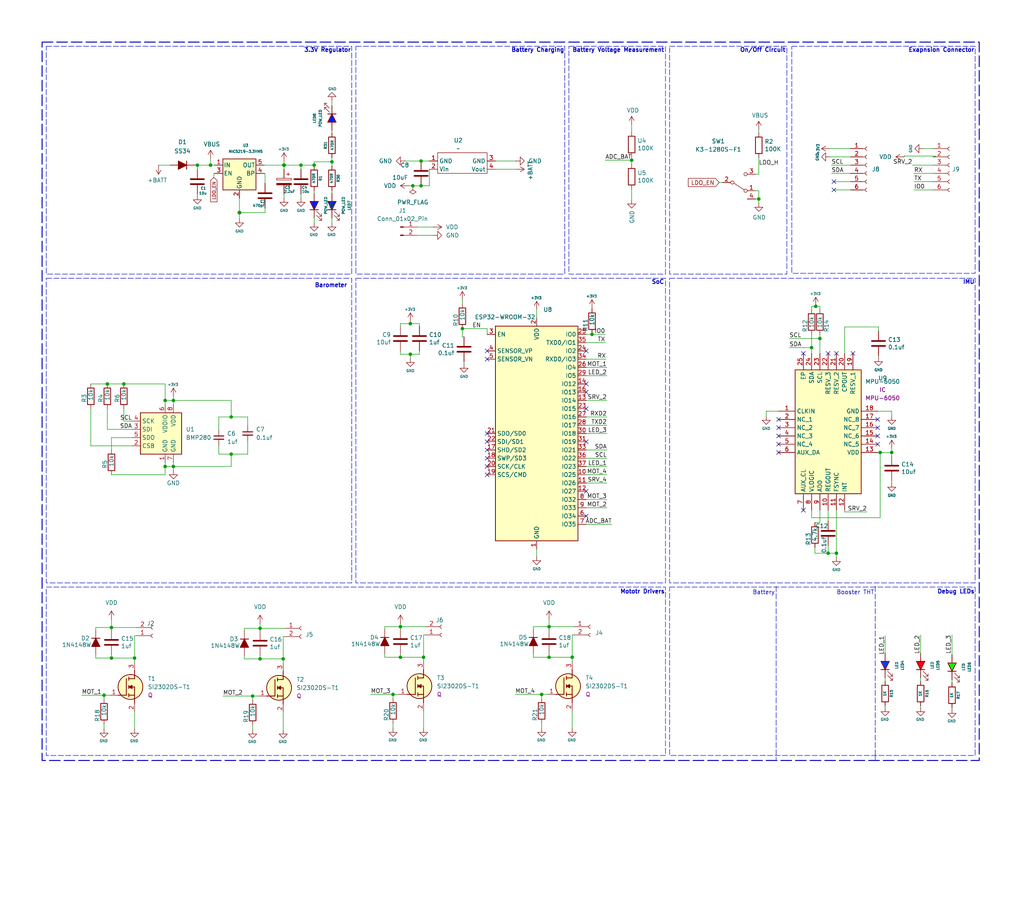
<source format=kicad_sch>
(kicad_sch (version 20250114) (generator "eeschema") (generator_version "9.0")
  (paper "User" 315.011 280.01)
  (title_block (title "ESP Drone") (date "2024-10-21") (rev "1.42b") (company "Asjad Akhtar") (comment 1 "Kalam Labs"))
  (rectangle (start 205.994 14.224) (end 242.062 84.328) (stroke (width 0) (type dash)))
  (rectangle (start 243.586 14.224) (end 299.974 84.074) (stroke (width 0) (type dash)))
  (rectangle (start 205.994 85.598) (end 299.974 179.324) (stroke (width 0) (type dash)))
  (rectangle (start 175.006 14.224) (end 204.724 84.328) (stroke (width 0) (type dash)))
  (rectangle (start 14.224 85.598) (end 108.204 179.324) (stroke (width 0) (type dash)))
  (rectangle (start 14.224 14.224) (end 108.204 84.328) (stroke (width 0) (type dash)))
  (rectangle (start 205.994 180.594) (end 299.974 232.41) (stroke (width 0) (type dash)))
  (rectangle (start 109.474 85.598) (end 204.724 179.324) (stroke (width 0) (type dash)))
  (rectangle (start 14.224 180.594) (end 204.724 232.41) (stroke (width 0) (type dash)))
  (rectangle (start 12.954 12.954) (end 301.244 233.934) (stroke (width 0.3) (type dash)))
  (rectangle (start 109.474 14.224) (end 173.736 84.328) (stroke (width 0) (type dash)))
  (text "Booster THT\n" (at 263.144 182.372 0) (effects (font (size 1.27 1.27))))
  (text "SoC" (at 200.406 87.63 0) (effects (font (size 1.27 1.27) (thickness 0.254) (bold yes)) (justify left bottom)))
  (text "Battery Voltage Measurement" (at 176.022 16.256 0) (effects (font (size 1.27 1.27) (thickness 0.254) (bold yes)) (justify left bottom)))
  (text "Battery" (at 234.95 182.372 0) (effects (font (size 1.27 1.27))))
  (text "IMU" (at 296.164 87.63 0) (effects (font (size 1.27 1.27) (thickness 0.254) (bold yes)) (justify left bottom)))
  (text "Mototr Drivers" (at 190.754 182.88 0) (effects (font (size 1.27 1.27) (thickness 0.254) (bold yes)) (justify left bottom)))
  (text "Battery Charging" (at 157.226 16.256 0) (effects (font (size 1.27 1.27) (thickness 0.254) (bold yes)) (justify left bottom)))
  (text "Debug LEDs" (at 288.29 182.88 0) (effects (font (size 1.27 1.27) (thickness 0.254) (bold yes)) (justify left bottom)))
  (text "Exapnsion Connector" (at 279.4 16.256 0) (effects (font (size 1.27 1.27) (thickness 0.254) (bold yes)) (justify left bottom)))
  (text "3.3V Regulator" (at 93.472 16.256 0) (effects (font (size 1.27 1.27) (thickness 0.254) (bold yes)) (justify left bottom)))
  (text "On/Off Circuit" (at 227.584 16.256 0) (effects (font (size 1.27 1.27) (thickness 0.254) (bold yes)) (justify left bottom)))
  (text "Barometer\n" (at 96.774 88.646 0) (effects (font (size 1.27 1.27) (thickness 0.254) (bold yes)) (justify left bottom)))
  (junction (at 32.004 213.868))
  (junction (at 130.302 202.184))
  (junction (at 168.91 192.786))
  (junction (at 38.1 118.11))
  (junction (at 182.118 102.87))
  (junction (at 127 57.15))
  (junction (at 274.32 139.192))
  (junction (at 80.01 193.294))
  (junction (at 73.66 65.405) (diameter 1.016))
  (junction (at 53.34 143.51))
  (junction (at 166.624 213.614))
  (junction (at 41.402 202.438))
  (junction (at 92.583 50.8))
  (junction (at 53.34 123.19))
  (junction (at 142.24 101.092))
  (junction (at 129.54 57.15))
  (junction (at 194.31 49.276))
  (junction (at 33.02 118.11))
  (junction (at 96.647 50.8))
  (junction (at 123.19 202.184))
  (junction (at 270.764 139.192))
  (junction (at 129.54 49.53))
  (junction (at 176.022 202.184))
  (junction (at 252.222 104.14))
  (junction (at 87.376 50.8) (diameter 1.016))
  (junction (at 123.19 192.786))
  (junction (at 233.426 61.214))
  (junction (at 50.8 123.19))
  (junction (at 34.29 193.04))
  (junction (at 60.706 50.8))
  (junction (at 126.238 99.568))
  (junction (at 102.108 49.784))
  (junction (at 64.77 50.8))
  (junction (at 257.302 170.18))
  (junction (at 168.91 202.184))
  (junction (at 71.12 128.27))
  (junction (at 80.01 202.692))
  (junction (at 249.682 106.934))
  (junction (at 71.12 139.7))
  (junction (at 254.762 170.18))
  (junction (at 120.904 213.614))
  (junction (at 250.952 94.234))
  (junction (at 87.122 202.692))
  (junction (at 34.29 202.438))
  (junction (at 126.238 108.966))
  (junction (at 50.8 143.51))
  (junction (at 77.724 214.122))
  (no_connect (at 239.522 139.192))
  (no_connect (at 149.86 135.89))
  (no_connect (at 247.142 156.972))
  (no_connect (at 262.382 108.712))
  (no_connect (at 149.86 146.05))
  (no_connect (at 180.34 120.65))
  (no_connect (at 180.34 158.75))
  (no_connect (at 270.002 136.652))
  (no_connect (at 239.522 134.112))
  (no_connect (at 257.302 108.712))
  (no_connect (at 180.34 151.13))
  (no_connect (at 180.34 135.89))
  (no_connect (at 149.86 107.95))
  (no_connect (at 256.54 55.88))
  (no_connect (at 149.86 110.49))
  (no_connect (at 149.86 133.35))
  (no_connect (at 270.002 129.032))
  (no_connect (at 149.86 143.51))
  (no_connect (at 256.54 58.42))
  (no_connect (at 149.86 140.97))
  (no_connect (at 180.34 107.95))
  (no_connect (at 239.522 131.572))
  (no_connect (at 270.002 131.572))
  (no_connect (at 247.142 108.712))
  (no_connect (at 180.34 118.11))
  (no_connect (at 149.86 138.43))
  (no_connect (at 254.762 108.712))
  (no_connect (at 239.522 129.032))
  (no_connect (at 239.522 136.652))
  (no_connect (at 270.002 134.112))
  (no_connect (at 180.34 125.73))
  (wire (pts (xy 41.402 195.58) (xy 41.402 202.438)))
  (wire (pts (xy 73.66 65.405) (xy 73.66 67.31)))
  (wire (pts (xy 186.69 156.21) (xy 180.34 156.21)))
  (wire (pts (xy 81.534 56.388) (xy 81.534 53.34)))
  (wire (pts (xy 255.778 53.34) (xy 261.62 53.34)))
  (wire (pts (xy 34.29 193.04) (xy 34.29 193.802)))
  (wire (pts (xy 194.31 38.354) (xy 194.31 40.64)))
  (wire (pts (xy 249.682 159.258) (xy 270.764 159.258)))
  (wire (pts (xy 252.222 108.712) (xy 252.222 104.14)))
  (wire (pts (xy 87.122 224.536) (xy 87.122 219.202)))
  (wire (pts (xy 272.288 195.58) (xy 272.288 200.914)))
  (wire (pts (xy 281.178 55.88) (xy 287.02 55.88)))
  (wire (pts (xy 186.182 102.87) (xy 182.118 102.87)))
  (wire (pts (xy 38.1 125.73) (xy 38.1 129.54)))
  (wire (pts (xy 283.21 208.534) (xy 283.21 209.55)))
  (wire (pts (xy 126.238 98.806) (xy 126.238 99.568)))
  (wire (pts (xy 50.8 123.19) (xy 50.8 124.46)))
  (wire (pts (xy 168.91 202.184) (xy 164.084 202.184)))
  (wire (pts (xy 38.1 118.11) (xy 50.8 118.11)))
  (wire (pts (xy 257.302 156.972) (xy 257.302 170.18)))
  (wire (pts (xy 164.084 192.786) (xy 164.084 193.548)))
  (wire (pts (xy 182.118 102.87) (xy 180.34 102.87)))
  (wire (pts (xy 53.34 123.19) (xy 53.34 124.46)))
  (wire (pts (xy 102.108 49.784) (xy 102.108 51.054)))
  (wire (pts (xy 186.69 148.59) (xy 180.34 148.59)))
  (wire (pts (xy 182.118 94.742) (xy 182.118 94.996)))
  (wire (pts (xy 77.724 214.122) (xy 77.724 215.392)))
  (wire (pts (xy 283.21 195.326) (xy 283.21 200.914)))
  (wire (pts (xy 186.69 133.35) (xy 180.34 133.35)))
  (wire (pts (xy 53.34 121.92) (xy 53.34 123.19)))
  (wire (pts (xy 168.91 190.5) (xy 168.91 192.786)))
  (wire (pts (xy 123.19 108.966) (xy 126.238 108.966)))
  (wire (pts (xy 186.182 49.276) (xy 194.31 49.276)))
  (wire (pts (xy 126.238 99.568) (xy 129.032 99.568)))
  (wire (pts (xy 186.436 110.49) (xy 180.34 110.49)))
  (wire (pts (xy 165.1 95.25) (xy 165.1 97.79)))
  (wire (pts (xy 259.842 156.972) (xy 259.842 157.48)))
  (wire (pts (xy 29.464 193.04) (xy 34.29 193.04)))
  (wire (pts (xy 73.66 60.96) (xy 73.66 65.405)))
  (wire (pts (xy 60.706 50.8) (xy 64.77 50.8)))
  (wire (pts (xy 34.29 146.05) (xy 50.8 146.05)))
  (wire (pts (xy 249.682 156.972) (xy 249.682 159.258)))
  (wire (pts (xy 272.288 208.534) (xy 272.288 209.55)))
  (wire (pts (xy 118.364 192.786) (xy 118.364 193.548)))
  (wire (pts (xy 256.54 55.88) (xy 261.62 55.88)))
  (wire (pts (xy 53.34 144.78) (xy 53.34 143.51)))
  (wire (pts (xy 102.108 40.894) (xy 102.108 40.132)))
  (wire (pts (xy 123.19 192.786) (xy 130.81 192.786)))
  (wire (pts (xy 102.108 67.056) (xy 102.108 68.58)))
  (wire (pts (xy 27.94 137.16) (xy 40.64 137.16)))
  (wire (pts (xy 87.376 59.69) (xy 87.376 60.96)))
  (wire (pts (xy 186.69 113.03) (xy 180.34 113.03)))
  (wire (pts (xy 80.01 193.294) (xy 80.01 194.056)))
  (wire (pts (xy 96.647 49.784) (xy 96.647 50.8)))
  (wire (pts (xy 53.34 143.51) (xy 71.12 143.51)))
  (wire (pts (xy 50.8 146.05) (xy 50.8 143.51)))
  (wire (pts (xy 87.122 195.834) (xy 87.63 195.834)))
  (wire (pts (xy 50.8 142.24) (xy 50.8 143.51)))
  (wire (pts (xy 194.31 48.26) (xy 194.31 49.276)))
  (wire (pts (xy 33.782 213.868) (xy 32.004 213.868)))
  (wire (pts (xy 71.12 139.7) (xy 76.2 139.7)))
  (wire (pts (xy 176.53 192.786) (xy 168.91 192.786)))
  (wire (pts (xy 79.502 214.122) (xy 77.724 214.122)))
  (wire (pts (xy 130.302 202.184) (xy 130.302 203.454)))
  (wire (pts (xy 186.69 130.81) (xy 180.34 130.81)))
  (wire (pts (xy 168.91 201.168) (xy 168.91 202.184)))
  (wire (pts (xy 274.32 148.59) (xy 274.32 147.828)))
  (wire (pts (xy 186.69 123.19) (xy 180.34 123.19)))
  (wire (pts (xy 96.647 49.784) (xy 102.108 49.784)))
  (wire (pts (xy 114.046 213.614) (xy 120.904 213.614)))
  (wire (pts (xy 166.624 213.614) (xy 166.624 214.884)))
  (wire (pts (xy 186.69 153.67) (xy 180.34 153.67)))
  (wire (pts (xy 60.706 50.8) (xy 60.706 52.07)))
  (wire (pts (xy 125.73 57.15) (xy 127 57.15)))
  (wire (pts (xy 65.786 54.61) (xy 65.786 53.34)))
  (wire (pts (xy 29.464 193.04) (xy 29.464 193.802)))
  (wire (pts (xy 142.24 92.202) (xy 142.24 93.472)))
  (wire (pts (xy 186.69 146.05) (xy 180.34 146.05)))
  (wire (pts (xy 129.032 99.568) (xy 129.032 100.33)))
  (wire (pts (xy 274.32 137.922) (xy 274.32 139.192)))
  (wire (pts (xy 129.032 108.966) (xy 129.032 107.95)))
  (wire (pts (xy 257.302 171.45) (xy 257.302 170.18)))
  (polyline (pts (xy 238.76 180.34) (xy 238.76 233.68)) (stroke (width 0) (type dash)))
  (wire (pts (xy 71.12 143.51) (xy 71.12 139.7)))
  (wire (pts (xy 87.376 50.8) (xy 87.376 52.07)))
  (wire (pts (xy 270.002 139.192) (xy 270.764 139.192)))
  (wire (pts (xy 25.146 213.868) (xy 32.004 213.868)))
  (polyline (pts (xy 269.24 231.14) (xy 269.24 233.68)))
  (wire (pts (xy 87.63 193.294) (xy 80.01 193.294)))
  (wire (pts (xy 254.762 160.274) (xy 254.762 156.972)))
  (wire (pts (xy 96.647 50.8) (xy 96.647 51.054)))
  (wire (pts (xy 27.94 125.73) (xy 27.94 137.16)))
  (wire (pts (xy 158.75 52.07) (xy 152.4 52.07)))
  (wire (pts (xy 270.256 100.584) (xy 270.256 101.854)))
  (wire (pts (xy 123.19 192.786) (xy 123.19 193.548)))
  (wire (pts (xy 123.19 192.786) (xy 118.364 192.786)))
  (wire (pts (xy 239.522 126.492) (xy 235.712 126.492)))
  (wire (pts (xy 48.768 51.054) (xy 48.768 50.8)))
  (wire (pts (xy 33.02 118.11) (xy 38.1 118.11)))
  (wire (pts (xy 75.184 202.692) (xy 75.184 201.676)))
  (wire (pts (xy 32.004 224.282) (xy 32.004 222.758)))
  (wire (pts (xy 280.67 50.8) (xy 287.02 50.8)))
  (wire (pts (xy 122.682 213.614) (xy 120.904 213.614)))
  (wire (pts (xy 102.108 48.514) (xy 102.108 49.784)))
  (wire (pts (xy 259.842 157.48) (xy 266.7 157.48)))
  (wire (pts (xy 142.748 112.014) (xy 142.748 111.252)))
  (wire (pts (xy 249.682 94.234) (xy 250.952 94.234)))
  (wire (pts (xy 255.778 50.8) (xy 261.62 50.8)))
  (wire (pts (xy 76.2 139.7) (xy 76.2 135.89)))
  (wire (pts (xy 53.34 123.19) (xy 71.12 123.19)))
  (wire (pts (xy 130.302 224.028) (xy 130.302 218.694)))
  (wire (pts (xy 242.824 104.14) (xy 252.222 104.14)))
  (wire (pts (xy 68.58 214.122) (xy 77.724 214.122)))
  (wire (pts (xy 142.24 103.632) (xy 142.748 103.632)))
  (wire (pts (xy 164.084 202.184) (xy 164.084 201.168)))
  (wire (pts (xy 96.647 67.056) (xy 96.647 68.58)))
  (wire (pts (xy 233.426 48.514) (xy 233.426 53.594)))
  (wire (pts (xy 252.222 95.25) (xy 252.222 94.234)))
  (wire (pts (xy 186.69 143.51) (xy 180.34 143.51)))
  (wire (pts (xy 133.35 72.39) (xy 128.27 72.39)))
  (wire (pts (xy 133.35 69.85) (xy 128.27 69.85)))
  (wire (pts (xy 165.1 171.196) (xy 165.1 168.91)))
  (wire (pts (xy 67.31 139.7) (xy 71.12 139.7)))
  (wire (pts (xy 41.402 224.282) (xy 41.402 218.948)))
  (wire (pts (xy 76.2 128.27) (xy 76.2 130.81)))
  (wire (pts (xy 41.402 202.438) (xy 34.29 202.438)))
  (wire (pts (xy 34.29 193.04) (xy 41.91 193.04)))
  (wire (pts (xy 87.376 50.8) (xy 92.583 50.8)))
  (wire (pts (xy 194.31 49.276) (xy 194.31 50.546)))
  (wire (pts (xy 34.29 134.62) (xy 34.29 138.43)))
  (wire (pts (xy 194.31 61.468) (xy 194.31 58.166)))
  (wire (pts (xy 274.32 128.016) (xy 274.32 126.492)))
  (wire (pts (xy 254.762 170.18) (xy 257.302 170.18)))
  (wire (pts (xy 67.31 132.08) (xy 67.31 128.27)))
  (wire (pts (xy 65.786 53.34) (xy 66.04 53.34)))
  (wire (pts (xy 274.32 139.192) (xy 274.32 140.208)))
  (wire (pts (xy 270.764 139.192) (xy 274.32 139.192)))
  (wire (pts (xy 81.534 64.008) (xy 81.534 65.405)))
  (wire (pts (xy 252.222 160.782) (xy 252.222 156.972)))
  (wire (pts (xy 38.1 129.54) (xy 40.64 129.54)))
  (wire (pts (xy 130.81 195.326) (xy 130.302 195.326)))
  (wire (pts (xy 80.01 202.692) (xy 75.184 202.692)))
  (wire (pts (xy 176.022 202.184) (xy 168.91 202.184)))
  (wire (pts (xy 80.01 201.676) (xy 80.01 202.692)))
  (wire (pts (xy 233.426 39.878) (xy 233.426 40.894)))
  (wire (pts (xy 249.682 102.87) (xy 249.682 106.934)))
  (wire (pts (xy 33.02 125.73) (xy 33.02 132.08)))
  (wire (pts (xy 67.31 128.27) (xy 71.12 128.27)))
  (wire (pts (xy 292.862 195.326) (xy 292.862 201.422)))
  (wire (pts (xy 142.24 101.092) (xy 149.86 101.092)))
  (wire (pts (xy 92.583 50.8) (xy 96.647 50.8)))
  (wire (pts (xy 242.824 106.934) (xy 249.682 106.934)))
  (wire (pts (xy 232.41 58.674) (xy 233.426 58.674)))
  (wire (pts (xy 129.54 57.15) (xy 132.08 57.15)))
  (wire (pts (xy 249.682 108.712) (xy 249.682 106.934)))
  (wire (pts (xy 129.54 49.53) (xy 132.08 49.53)))
  (wire (pts (xy 29.464 202.438) (xy 29.464 201.422)))
  (wire (pts (xy 233.426 58.674) (xy 233.426 61.214)))
  (wire (pts (xy 250.698 160.782) (xy 252.222 160.782)))
  (wire (pts (xy 168.91 192.786) (xy 164.084 192.786)))
  (wire (pts (xy 186.69 138.43) (xy 180.34 138.43)))
  (wire (pts (xy 259.842 100.584) (xy 270.256 100.584)))
  (wire (pts (xy 71.12 128.27) (xy 76.2 128.27)))
  (wire (pts (xy 232.41 61.214) (xy 233.426 61.214)))
  (wire (pts (xy 188.214 161.29) (xy 180.34 161.29)))
  (wire (pts (xy 123.19 202.184) (xy 118.364 202.184)))
  (wire (pts (xy 186.182 105.41) (xy 180.34 105.41)))
  (wire (pts (xy 259.842 108.712) (xy 259.842 100.584)))
  (wire (pts (xy 41.402 202.438) (xy 41.402 203.708)))
  (wire (pts (xy 142.24 101.092) (xy 142.24 103.632)))
  (wire (pts (xy 32.004 213.868) (xy 32.004 215.138)))
  (wire (pts (xy 158.75 49.53) (xy 152.4 49.53)))
  (wire (pts (xy 182.118 102.616) (xy 182.118 102.87)))
  (wire (pts (xy 274.32 126.492) (xy 270.002 126.492)))
  (wire (pts (xy 77.724 224.536) (xy 77.724 223.012)))
  (wire (pts (xy 71.12 123.19) (xy 71.12 128.27)))
  (wire (pts (xy 281.178 58.42) (xy 287.02 58.42)))
  (wire (pts (xy 81.534 65.405) (xy 73.66 65.405)))
  (wire (pts (xy 176.022 202.184) (xy 176.022 203.454)))
  (wire (pts (xy 250.698 168.402) (xy 250.698 170.18)))
  (wire (pts (xy 283.972 45.72) (xy 287.02 45.72)))
  (wire (pts (xy 249.682 95.25) (xy 249.682 94.234)))
  (wire (pts (xy 34.29 202.438) (xy 29.464 202.438)))
  (wire (pts (xy 27.94 118.11) (xy 33.02 118.11)))
  (wire (pts (xy 127 57.15) (xy 129.54 57.15)))
  (wire (pts (xy 41.91 195.58) (xy 41.402 195.58)))
  (wire (pts (xy 96.647 58.674) (xy 96.647 59.436)))
  (wire (pts (xy 64.77 50.8) (xy 66.04 50.8)))
  (wire (pts (xy 186.69 128.27) (xy 180.34 128.27)))
  (wire (pts (xy 283.21 217.678) (xy 283.21 217.17)))
  (wire (pts (xy 123.19 99.568) (xy 126.238 99.568)))
  (wire (pts (xy 92.583 52.07) (xy 92.583 50.8)))
  (wire (pts (xy 81.534 53.34) (xy 81.28 53.34)))
  (wire (pts (xy 158.496 213.614) (xy 166.624 213.614)))
  (wire (pts (xy 176.022 224.028) (xy 176.022 218.694)))
  (wire (pts (xy 102.108 58.674) (xy 102.108 59.436)))
  (wire (pts (xy 53.34 143.51) (xy 53.34 142.24)))
  (wire (pts (xy 168.91 192.786) (xy 168.91 193.548)))
  (wire (pts (xy 132.08 52.07) (xy 132.08 57.15)))
  (wire (pts (xy 87.122 202.692) (xy 80.01 202.692)))
  (wire (pts (xy 123.19 107.95) (xy 123.19 108.966)))
  (wire (pts (xy 287.782 48.26) (xy 287.02 48.26)))
  (wire (pts (xy 149.86 101.092) (xy 149.86 102.87)))
  (wire (pts (xy 252.222 102.87) (xy 252.222 104.14)))
  (wire (pts (xy 33.02 132.08) (xy 40.64 132.08)))
  (wire (pts (xy 256.54 58.42) (xy 261.62 58.42)))
  (wire (pts (xy 34.29 201.422) (xy 34.29 202.438)))
  (wire (pts (xy 92.583 59.69) (xy 92.583 60.96)))
  (wire (pts (xy 255.27 45.72) (xy 261.62 45.72)))
  (wire (pts (xy 123.19 100.33) (xy 123.19 99.568)))
  (wire (pts (xy 123.19 191.77) (xy 123.19 192.786)))
  (wire (pts (xy 50.8 118.11) (xy 50.8 123.19)))
  (wire (pts (xy 287.782 48.006) (xy 287.782 48.26)))
  (wire (pts (xy 50.8 143.51) (xy 53.34 143.51)))
  (wire (pts (xy 278.13 48.006) (xy 287.782 48.006)))
  (wire (pts (xy 75.184 193.294) (xy 75.184 194.056)))
  (wire (pts (xy 80.01 191.77) (xy 80.01 193.294)))
  (wire (pts (xy 176.022 195.326) (xy 176.53 195.326)))
  (wire (pts (xy 232.41 53.594) (xy 233.426 53.594)))
  (wire (pts (xy 176.022 195.326) (xy 176.022 202.184)))
  (wire (pts (xy 102.108 32.512) (xy 102.108 30.988)))
  (polyline (pts (xy 269.24 180.34) (xy 269.24 231.14)) (stroke (width 0) (type dash)))
  (wire (pts (xy 270.764 159.258) (xy 270.764 139.192)))
  (wire (pts (xy 67.31 137.16) (xy 67.31 139.7)))
  (wire (pts (xy 80.01 193.294) (xy 75.184 193.294)))
  (wire (pts (xy 87.122 195.834) (xy 87.122 202.692)))
  (wire (pts (xy 166.624 224.028) (xy 166.624 222.504)))
  (wire (pts (xy 123.19 201.168) (xy 123.19 202.184)))
  (wire (pts (xy 281.178 53.34) (xy 287.02 53.34)))
  (wire (pts (xy 186.69 140.97) (xy 180.34 140.97)))
  (wire (pts (xy 87.122 202.692) (xy 87.122 203.962)))
  (wire (pts (xy 118.364 202.184) (xy 118.364 201.168)))
  (wire (pts (xy 81.28 50.8) (xy 87.376 50.8)))
  (wire (pts (xy 60.706 59.69) (xy 60.706 60.198)))
  (wire (pts (xy 130.302 202.184) (xy 123.19 202.184)))
  (wire (pts (xy 64.77 48.768) (xy 64.77 50.8)))
  (wire (pts (xy 250.698 170.18) (xy 254.762 170.18)))
  (wire (pts (xy 235.712 126.492) (xy 235.712 128.016)))
  (wire (pts (xy 34.29 190.5) (xy 34.29 193.04)))
  (wire (pts (xy 222.25 56.134) (xy 221.234 56.134)))
  (wire (pts (xy 252.222 94.234) (xy 250.952 94.234)))
  (wire (pts (xy 126.238 108.966) (xy 129.032 108.966)))
  (wire (pts (xy 59.944 50.8) (xy 60.706 50.8)))
  (wire (pts (xy 126.238 108.966) (xy 126.238 110.236)))
  (wire (pts (xy 292.862 218.186) (xy 292.862 217.678)))
  (wire (pts (xy 50.8 123.19) (xy 53.34 123.19)))
  (wire (pts (xy 270.256 109.982) (xy 270.256 109.474)))
  (wire (pts (xy 40.64 134.62) (xy 34.29 134.62)))
  (wire (pts (xy 130.302 195.326) (xy 130.302 202.184)))
  (wire (pts (xy 186.69 115.57) (xy 180.34 115.57)))
  (wire (pts (xy 48.768 50.8) (xy 52.324 50.8)))
  (wire (pts (xy 124.46 49.53) (xy 129.54 49.53)))
  (wire (pts (xy 254.762 167.894) (xy 254.762 170.18)))
  (wire (pts (xy 272.288 217.678) (xy 272.288 217.17)))
  (wire (pts (xy 250.952 94.234) (xy 250.952 93.98)))
  (wire (pts (xy 87.376 49.53) (xy 87.376 50.8)))
  (wire (pts (xy 255.27 48.26) (xy 261.62 48.26)))
  (wire (pts (xy 120.904 224.028) (xy 120.904 222.504)))
  (wire (pts (xy 168.402 213.614) (xy 166.624 213.614)))
  (wire (pts (xy 120.904 213.614) (xy 120.904 214.884)))
  (wire (pts (xy 233.426 61.214) (xy 233.426 62.484)))
  (wire (pts (xy 292.862 209.042) (xy 292.862 210.058)))
  (wire (pts (xy 278.13 48.006) (xy 278.13 48.26)))
  (label "ADC_BAT" (at 186.182 49.276 0))
  (label "LED_2" (at 283.21 195.326 270))
  (label "IO0" (at 281.178 58.42 0))
  (label "MOT_1" (at 186.69 113.03 180))
  (label "MOT_4" (at 158.496 213.614 0))
  (label "SDA" (at 186.69 138.43 180))
  (label "MOT_3" (at 186.69 153.67 180))
  (label "TX" (at 186.182 105.41 180))
  (label "MOT_3" (at 114.046 213.614 0))
  (label "MOT_2" (at 186.69 156.21 180))
  (label "SCL" (at 186.69 140.97 180))
  (label "SDA" (at 255.778 53.34 0))
  (label "TX" (at 281.178 55.88 0))
  (label "RX" (at 186.436 110.49 180))
  (label "IO0" (at 186.182 102.87 180))
  (label "SDA" (at 40.64 132.08 180))
  (label "SRV_4" (at 186.69 148.59 180))
  (label "TXD2" (at 186.69 130.81 180))
  (label "SCL" (at 40.64 129.54 180))
  (label "SRV_2" (at 280.67 50.8 180))
  (label "SDA" (at 242.824 106.934 0))
  (label "MOT_1" (at 25.146 213.868 0))
  (label "LED_1" (at 186.69 143.51 180))
  (label "MOT_2" (at 68.58 214.122 0))
  (label "ADC_BAT" (at 188.214 161.29 180))
  (label "LED_2" (at 186.69 115.57 180))
  (label "SCL" (at 242.824 104.14 0))
  (label "LED_3" (at 292.862 195.326 270))
  (label "LED_3" (at 186.69 133.35 180))
  (label "SRV_2" (at 186.69 123.19 180))
  (label "RX" (at 281.178 53.34 0))
  (label "SCL" (at 255.778 50.8 0))
  (label "SRV_2" (at 266.7 157.48 180))
  (label "EN" (at 145.288 101.092 0))
  (label "RXD2" (at 186.69 128.27 180))
  (label "MOT_4" (at 186.69 146.05 180))
  (label "LDO_H" (at 233.426 51.054 0))
  (label "LED_1" (at 272.288 195.58 270))
  (global_label "LDO_EN" (shape input) (at 65.786 54.61 270) (effects (font (size 1 1))) (property "Intersheetrefs" "${INTERSHEET_REFS}" (effects (hide yes))))
  (global_label "LDO_EN" (shape input) (at 221.234 56.134 180) (property "Intersheetrefs" "${INTERSHEET_REFS}" (effects (hide yes))))
  (symbol (lib_id "power:+3V3") (at 182.118 94.742 0) (unit 1)
    (property "Reference" "#PWR037" (effects (hide yes)))
    (property "Value" "+3V3" (at 181.991 91.1098 0) (effects (font (size 0.8 0.8))))
  )
  (symbol (lib_id "Connector:Conn_01x06_Female") (at 266.7 50.8 0) (unit 1)
    (property "Reference" "J8" (at 268.224 52.0699 0) (effects (justify left)))
    (property "Value" "Conn_01x06_Female" (effects (hide yes)))
    (property "Footprint" "Connector_PinHeader_2.54mm:PinHeader_1x06_P2.54mm_Vertical" (effects (hide yes)))
  )
  (symbol (lib_id "Device:R") (at 102.108 54.864 180) (unit 1)
    (property "Reference" "R30" (at 104.0638 54.864 90) (effects (font (size 0.8 0.8))))
    (property "Value" "470R" (at 102.0064 54.864 90) (effects (font (size 0.8 0.8))))
    (property "Footprint" "Resistor_SMD:R_0603_1608Metric" (effects (hide yes)))
  )
  (symbol (lib_id "power:GND") (at 292.862 218.186 0) (unit 1)
    (property "Reference" "#PWR047" (effects (hide yes)))
    (property "Value" "GND" (at 292.735 221.8182 0) (effects (font (size 0.8 0.8))))
  )
  (symbol (lib_id "power:GND") (at 165.1 171.196 0) (unit 1)
    (property "Reference" "#PWR036" (effects (hide yes)))
    (property "Value" "GND" (at 165.1 175.006 0) (effects (font (size 0.8 0.8))))
  )
  (symbol (lib_id "Device:LED") (at 102.108 36.322 270) (unit 1)
    (property "Reference" "LED8" (at 96.774 36.3855 0) (effects (font (size 0.8 0.8))))
    (property "Value" "POW_LED" (at 98.552 36.3855 0) (effects (font (size 0.8 0.8))))
    (property "Footprint" "LED_SMD:LED_0603_1608Metric" (effects (hide yes)))
  )
  (symbol (lib_id "power:VBUS") (at 64.77 48.768 0) (unit 1)
    (property "Reference" "#PWR06" (effects (hide yes)))
    (property "Value" "VBUS" (at 65.151 44.3738 0))
  )
  (symbol (lib_id "power:VDD") (at 278.13 48.26 90) (unit 1)
    (property "Reference" "#PWR058" (effects (hide yes)))
    (property "Value" "VDD" (at 274.32 48.2599 90) (effects (justify left)))
    (property "Description" "Power symbol creates a global label with name \"VDD\"" (effects (hide yes)))
  )
  (symbol (lib_id "power:VDD") (at 125.73 57.15 90) (unit 1)
    (property "Reference" "#PWR019" (effects (hide yes)))
    (property "Value" "VDD" (at 121.92 57.1499 90) (effects (justify left)))
    (property "Description" "Power symbol creates a global label with name \"VDD\"" (effects (hide yes)))
  )
  (symbol (lib_id "Device:C") (at 274.32 144.018 0) (unit 1)
    (property "Reference" "C14" (at 277.241 142.8496 0) (effects (justify left)))
    (property "Value" "10uf" (at 277.241 145.161 0) (effects (justify left)))
    (property "Footprint" "Capacitor_SMD:C_0603_1608Metric" (effects (hide yes)))
  )
  (symbol (lib_id "Device:C") (at 129.032 104.14 0) (unit 1)
    (property "Reference" "C10" (at 131.953 102.9716 0) (effects (justify left)))
    (property "Value" "1uf" (at 131.953 105.283 0) (effects (justify left)))
    (property "Footprint" "Capacitor_SMD:C_0603_1608Metric" (effects (hide yes)))
  )
  (symbol (lib_id "power:GND") (at 41.402 224.282 0) (unit 1)
    (property "Reference" "#PWR049" (effects (hide yes)))
    (property "Value" "GND" (at 41.275 227.9142 0) (effects (font (size 0.8 0.8))))
  )
  (symbol (lib_name "SI2302DS-T1_3") (lib_id "SI2302DS-T1:SI2302DS-T1") (at 122.682 213.614 0) (unit 1)
    (property "Reference" "T3" (at 134.366 208.5339 0) (effects (justify left)))
    (property "Value" "SI2302DS-T1" (at 134.366 211.0739 0) (effects (justify left)))
    (property "Footprint" "S8050:SOT95P240X115-3N" (effects (hide yes)))
    (property "Reference_1" "Q" (at 134.366 213.6139 0) (effects (justify left)))
    (property "Value_1" "SI2302DS-T1" (effects (hide yes)))
    (property "Footprint_1" "SOT95P237X112-3N" (effects (hide yes)))
    (property "Datasheet_1" "https://4donline.ihs.com/images/VipMasterIC/IC/SILX/SILXS08192/SILXS08192-1.pdf?hkey=EF798316E3902B6ED9A73243A3159BB0" (effects (hide yes)))
    (property "Height" "1.12" (effects (hide yes)))
    (property "Mouser Part Number" "781-SI2302DS" (effects (hide yes)))
    (property "Mouser Price/Stock" "https://www.mouser.co.uk/ProductDetail/Vishay-Siliconix/SI2302DS-T1?qs=Vtbibb3IBkf5ybaLingfiw%3D%3D" (effects (hide yes)))
    (property "Manufacturer_Name" "Vishay" (effects (hide yes)))
    (property "Manufacturer_Part_Number" "SI2302DS-T1" (effects (hide yes)))
  )
  (symbol (lib_id "power:GND") (at 235.712 128.016 0) (unit 1)
    (property "Reference" "#PWR038" (effects (hide yes)))
    (property "Value" "GND" (at 235.712 131.826 0) (effects (font (size 0.8 0.8))))
  )
  (symbol (lib_id "power:+BATT") (at 158.75 52.07 270) (unit 1)
    (property "Reference" "#PWR024" (effects (hide yes)))
    (property "Value" "+BATT" (at 163.1442 52.451 0))
  )
  (symbol (lib_id "Device:R") (at 38.1 121.92 180) (unit 1)
    (property "Reference" "R6" (at 36.068 121.158 90) (effects (justify left)))
    (property "Value" "10k" (at 38.1 119.634 90) (effects (justify left)))
    (property "Footprint" "Resistor_SMD:R_0603_1608Metric" (effects (hide yes)))
  )
  (symbol (lib_name "SI2302DS-T1_1") (lib_id "SI2302DS-T1:SI2302DS-T1") (at 33.782 213.868 0) (unit 1)
    (property "Reference" "T1" (at 45.466 208.7879 0) (effects (justify left)))
    (property "Value" "SI2302DS-T1" (at 45.466 211.3279 0) (effects (justify left)))
    (property "Footprint" "S8050:SOT95P240X115-3N" (effects (hide yes)))
    (property "Reference_1" "Q" (at 45.466 213.8679 0) (effects (justify left)))
    (property "Value_1" "SI2302DS-T1" (effects (hide yes)))
    (property "Footprint_1" "SOT95P237X112-3N" (effects (hide yes)))
    (property "Datasheet_1" "https://4donline.ihs.com/images/VipMasterIC/IC/SILX/SILXS08192/SILXS08192-1.pdf?hkey=EF798316E3902B6ED9A73243A3159BB0" (effects (hide yes)))
    (property "Height" "1.12" (effects (hide yes)))
    (property "Mouser Part Number" "781-SI2302DS" (effects (hide yes)))
    (property "Mouser Price/Stock" "https://www.mouser.co.uk/ProductDetail/Vishay-Siliconix/SI2302DS-T1?qs=Vtbibb3IBkf5ybaLingfiw%3D%3D" (effects (hide yes)))
    (property "Manufacturer_Name" "Vishay" (effects (hide yes)))
    (property "Manufacturer_Part_Number" "SI2302DS-T1" (effects (hide yes)))
  )
  (symbol (lib_id "power:GND") (at 102.108 68.58 0) (unit 1)
    (property "Reference" "#PWR064" (effects (hide yes)))
    (property "Value" "GND" (at 101.981 72.2122 0) (effects (font (size 0.8 0.8))))
  )
  (symbol (lib_id "Device:R") (at 182.118 98.806 180) (unit 1)
    (property "Reference" "R11" (at 180.086 98.044 90) (effects (justify left)))
    (property "Value" "10k" (at 182.118 96.52 90) (effects (justify left)))
    (property "Footprint" "Resistor_SMD:R_0603_1608Metric" (effects (hide yes)))
  )
  (symbol (lib_id "Device:R") (at 96.647 54.864 180) (unit 1)
    (property "Reference" "R1" (at 98.6028 54.864 90) (effects (font (size 0.8 0.8))))
    (property "Value" "470R" (at 96.5454 54.864 90) (effects (font (size 0.8 0.8))))
    (property "Footprint" "Resistor_SMD:R_0603_1608Metric" (effects (hide yes)))
  )
  (symbol (lib_id "Connector:Conn_01x06_Female") (at 292.1 50.8 0) (unit 1)
    (property "Reference" "J9" (at 292.862 52.0699 0) (effects (justify left)))
    (property "Value" "Conn_01x06_Female" (effects (hide yes)))
    (property "Footprint" "Connector_PinHeader_2.54mm:PinHeader_1x06_P2.54mm_Vertical" (effects (hide yes)))
  )
  (symbol (lib_id "power:+3V3") (at 126.238 98.806 0) (unit 1)
    (property "Reference" "#PWR031" (effects (hide yes)))
    (property "Value" "+3V3" (at 126.111 95.1738 0) (effects (font (size 0.8 0.8))))
  )
  (symbol (lib_id "power:GND") (at 233.426 62.484 0) (unit 1)
    (property "Reference" "#PWR017" (effects (hide yes)))
    (property "Value" "GND" (at 233.553 66.8782 0))
  )
  (symbol (lib_name "GND_2") (lib_id "power:GND") (at 124.46 49.53 270) (unit 1)
    (property "Reference" "#PWR020" (effects (hide yes)))
    (property "Value" "GND" (at 120.65 49.5299 90) (effects (justify right)))
    (property "Description" "Power symbol creates a global label with name \"GND\" , ground" (effects (hide yes)))
  )
  (symbol (lib_id "Device:C") (at 123.19 104.14 0) (mirror y) (unit 1)
    (property "Reference" "C9" (at 120.269 102.9716 0) (effects (justify left)))
    (property "Value" "10uf" (at 120.269 105.283 0) (effects (justify left)))
    (property "Footprint" "Capacitor_SMD:C_0603_1608Metric" (effects (hide yes)))
  )
  (symbol (lib_id "Device:C") (at 129.54 53.34 0) (unit 1)
    (property "Reference" "C8" (at 123.19 50.8 0) (effects (justify left)))
    (property "Value" "10uF" (at 120.65 54.61 0) (effects (justify left)))
    (property "Footprint" "Capacitor_SMD:C_0603_1608Metric" (effects (hide yes)))
  )
  (symbol (lib_id "Device:R") (at 194.31 44.45 0) (unit 1)
    (property "Reference" "U4" (at 196.088 43.2816 0) (effects (justify left)))
    (property "Value" "100K" (at 196.088 45.593 0) (effects (justify left)))
    (property "Footprint" "Resistor_SMD:R_0603_1608Metric" (effects (hide yes)))
  )
  (symbol (lib_name "SI2302DS-T1_2") (lib_id "SI2302DS-T1:SI2302DS-T1") (at 79.502 214.122 0) (unit 1)
    (property "Reference" "T2" (at 91.186 209.0419 0) (effects (justify left)))
    (property "Value" "SI2302DS-T1" (at 91.186 211.5819 0) (effects (justify left)))
    (property "Footprint" "S8050:SOT95P240X115-3N" (effects (hide yes)))
    (property "Reference_1" "Q" (at 91.186 214.1219 0) (effects (justify left)))
    (property "Value_1" "SI2302DS-T1" (effects (hide yes)))
    (property "Footprint_1" "SOT95P237X112-3N" (effects (hide yes)))
    (property "Datasheet_1" "https://4donline.ihs.com/images/VipMasterIC/IC/SILX/SILXS08192/SILXS08192-1.pdf?hkey=EF798316E3902B6ED9A73243A3159BB0" (effects (hide yes)))
    (property "Height" "1.12" (effects (hide yes)))
    (property "Mouser Part Number" "781-SI2302DS" (effects (hide yes)))
    (property "Mouser Price/Stock" "https://www.mouser.co.uk/ProductDetail/Vishay-Siliconix/SI2302DS-T1?qs=Vtbibb3IBkf5ybaLingfiw%3D%3D" (effects (hide yes)))
    (property "Manufacturer_Name" "Vishay" (effects (hide yes)))
    (property "Manufacturer_Part_Number" "SI2302DS-T1" (effects (hide yes)))
  )
  (symbol (lib_id "power:VDD") (at 34.29 190.5 0) (unit 1)
    (property "Reference" "#PWR071" (effects (hide yes)))
    (property "Value" "VDD" (at 34.29 185.42 0))
    (property "Description" "Power symbol creates a global label with name \"VDD\"" (effects (hide yes)))
  )
  (symbol (lib_id "power:GND") (at 87.122 224.536 0) (unit 1)
    (property "Reference" "#PWR051" (effects (hide yes)))
    (property "Value" "GND" (at 86.995 228.1682 0) (effects (font (size 0.8 0.8))))
  )
  (symbol (lib_id "Device:C") (at 92.583 55.88 0) (unit 1)
    (property "Reference" "C4" (at 92.837 57.658 0) (effects (font (size 0.8 0.8)) (justify left)))
    (property "Value" "10u" (at 92.837 58.928 0) (effects (font (size 0.8 0.8)) (justify left)))
    (property "Footprint" "Capacitor_SMD:C_0603_1608Metric" (effects (hide yes)))
  )
  (symbol (lib_name "GND_2") (lib_id "power:GND") (at 158.75 49.53 90) (unit 1)
    (property "Reference" "#PWR021" (effects (hide yes)))
    (property "Value" "GND" (at 162.56 49.5299 90) (effects (justify right)))
    (property "Description" "Power symbol creates a global label with name \"GND\" , ground" (effects (hide yes)))
  )
  (symbol (lib_name "GND_2") (lib_id "power:GND") (at 133.35 72.39 90) (unit 1)
    (property "Reference" "#PWR02" (effects (hide yes)))
    (property "Value" "GND" (at 137.16 72.3899 90) (effects (justify right)))
    (property "Description" "Power symbol creates a global label with name \"GND\" , ground" (effects (hide yes)))
  )
  (symbol (lib_id "Device:R") (at 120.904 218.694 180) (unit 1)
    (property "Reference" "R20" (at 118.872 217.932 90) (effects (justify left)))
    (property "Value" "10k" (at 120.904 216.408 90) (effects (justify left)))
    (property "Footprint" "Resistor_SMD:R_0603_1608Metric" (effects (hide yes)))
  )
  (symbol (lib_id "SI2302DS-T1:SI2302DS-T1") (at 168.402 213.614 0) (unit 1)
    (property "Reference" "T4" (at 180.086 208.5339 0) (effects (justify left)))
    (property "Value" "SI2302DS-T1" (at 180.086 211.0739 0) (effects (justify left)))
    (property "Footprint" "S8050:SOT95P240X115-3N" (effects (hide yes)))
    (property "Reference_1" "Q" (at 180.086 213.6139 0) (effects (justify left)))
    (property "Value_1" "SI2302DS-T1" (effects (hide yes)))
    (property "Footprint_1" "SOT95P237X112-3N" (effects (hide yes)))
    (property "Datasheet_1" "https://4donline.ihs.com/images/VipMasterIC/IC/SILX/SILXS08192/SILXS08192-1.pdf?hkey=EF798316E3902B6ED9A73243A3159BB0" (effects (hide yes)))
    (property "Height" "1.12" (effects (hide yes)))
    (property "Mouser Part Number" "781-SI2302DS" (effects (hide yes)))
    (property "Mouser Price/Stock" "https://www.mouser.co.uk/ProductDetail/Vishay-Siliconix/SI2302DS-T1?qs=Vtbibb3IBkf5ybaLingfiw%3D%3D" (effects (hide yes)))
    (property "Manufacturer_Name" "Vishay" (effects (hide yes)))
    (property "Manufacturer_Part_Number" "SI2302DS-T1" (effects (hide yes)))
  )
  (symbol (lib_id "Device:R") (at 142.24 97.282 180) (unit 1)
    (property "Reference" "R10" (at 140.208 96.52 90) (effects (justify left)))
    (property "Value" "10k" (at 142.24 94.996 90) (effects (justify left)))
    (property "Footprint" "Resistor_SMD:R_0603_1608Metric" (effects (hide yes)))
  )
  (symbol (lib_id "Device:R") (at 32.004 218.948 180) (unit 1)
    (property "Reference" "R18" (at 29.972 218.186 90) (effects (justify left)))
    (property "Value" "10k" (at 32.004 216.662 90) (effects (justify left)))
    (property "Footprint" "Resistor_SMD:R_0603_1608Metric" (effects (hide yes)))
  )
  (symbol (lib_id "power:GND") (at 130.302 224.028 0) (unit 1)
    (property "Reference" "#PWR053" (effects (hide yes)))
    (property "Value" "GND" (at 130.175 227.6602 0) (effects (font (size 0.8 0.8))))
  )
  (symbol (lib_id "power:+3V3") (at 87.376 49.53 0) (unit 1)
    (property "Reference" "#PWR010" (effects (hide yes)))
    (property "Value" "+3V3" (at 87.249 45.8978 0) (effects (font (size 0.8 0.8))))
  )
  (symbol (lib_name "LED_2") (lib_id "Device:LED") (at 283.21 204.724 90) (unit 1)
    (property "Reference" "LED5" (at 288.544 204.6605 0) (effects (font (size 0.8 0.8))))
    (property "Value" "LED" (at 286.766 204.6605 0) (effects (font (size 0.8 0.8))))
    (property "Footprint" "LED_SMD:LED_0603_1608Metric" (effects (hide yes)))
  )
  (symbol (lib_id "power:GND") (at 274.32 128.016 0) (unit 1)
    (property "Reference" "#PWR042" (effects (hide yes)))
    (property "Value" "GND" (at 274.32 131.826 0) (effects (font (size 0.8 0.8))))
  )
  (symbol (lib_id "power:+3V3") (at 255.27 45.72 90) (unit 1)
    (property "Reference" "#PWR03" (effects (hide yes)))
    (property "Value" "+3V3" (at 251.6378 45.847 0) (effects (font (size 0.8 0.8))))
  )
  (symbol (lib_id "Device:C_Polarized") (at 87.376 55.88 0) (mirror y) (unit 1)
    (property "Reference" "C3" (at 89.281 57.658 0) (effects (font (size 0.8 0.8)) (justify left)))
    (property "Value" "2.2uF" (at 90.805 58.928 0) (effects (font (size 0.8 0.8)) (justify left)))
    (property "Footprint" "Capacitor_SMD:C_0805_2012Metric" (effects (hide yes)))
  )
  (symbol (lib_id "power:GND") (at 283.21 217.678 0) (unit 1)
    (property "Reference" "#PWR046" (effects (hide yes)))
    (property "Value" "GND" (at 283.083 221.3102 0) (effects (font (size 0.8 0.8))))
  )
  (symbol (lib_id "power:GND") (at 257.302 171.45 0) (unit 1)
    (property "Reference" "#PWR040" (effects (hide yes)))
    (property "Value" "GND" (at 257.302 175.26 0) (effects (font (size 0.8 0.8))))
  )
  (symbol (lib_id "Regulator_Linear:MIC5219-3.3YM5") (at 73.66 53.34 0) (unit 1)
    (property "Reference" "U3" (at 75.565 44.704 0) (effects (font (size 0.8 0.8))))
    (property "Value" "MIC5219-3.3YM5" (at 75.565 46.609 0) (effects (font (size 0.8 0.8))))
    (property "Footprint" "Package_TO_SOT_SMD:SOT-23-5" (effects (hide yes)))
    (property "Datasheet" "http://ww1.microchip.com/downloads/en/DeviceDoc/MIC5219-500mA-Peak-Output-LDO-Regulator-DS20006021A.pdf" (effects (hide yes)))
  )
  (symbol (lib_id "MPU-6050:MPU-6050") (at 239.522 126.492 0) (unit 1)
    (property "Reference" "U9" (at 271.526 116.332 0))
    (property "Value" "MPU-6050" (at 271.526 117.3732 0))
    (property "Footprint" "drone:mpu6050" (effects (hide yes)))
    (property "Reference_1" "IC" (at 271.526 119.9132 0))
    (property "Value_1" "MPU-6050" (at 271.526 122.4532 0))
    (property "Footprint_1" "MPU6050" (effects (hide yes)))
    (property "Datasheet_1" "https://product.tdk.com/system/files/dam/doc/product/sensor/mortion-inertial/imu/data_sheet/mpu-6000-datasheet1.pdf" (effects (hide yes)))
    (property "Height" "0.95" (effects (hide yes)))
    (property "Mouser Part Number" "410-MPU-6050" (effects (hide yes)))
    (property "Mouser Price/Stock" "https://www.mouser.co.uk/ProductDetail/TDK-InvenSense/MPU-6050?qs=u4fy%2FsgLU9O14B5JgyQFvg%3D%3D" (effects (hide yes)))
    (property "Manufacturer_Name" "TDK" (effects (hide yes)))
    (property "Manufacturer_Part_Number" "MPU-6050" (effects (hide yes)))
  )
  (symbol (lib_id "Connector:Conn_01x02_Female") (at 46.99 195.58 0) (mirror x) (unit 1)
    (property "Reference" "J2" (at 46.355 191.77 0))
    (property "Value" "Conn_01x02_Female" (effects (hide yes)))
    (property "Footprint" "Connector_Hirose:Hirose_DF13-02P-1.25DSA_1x02_P1.25mm_Vertical" (effects (hide yes)))
  )
  (symbol (lib_name "1N4148W_2") (lib_id "Diode:1N4148W") (at 75.184 197.866 270) (unit 1)
    (property "Reference" "D3" (at 70.612 196.596 90) (effects (justify left)))
    (property "Value" "1N4148W" (at 64.77 198.628 90) (effects (justify left)))
    (property "Footprint" "Diode_SMD:D_SOD-323" (effects (hide yes)))
    (property "Datasheet" "https://www.vishay.com/docs/85748/1n4148w.pdf" (effects (hide yes)))
  )
  (symbol (lib_id "Device:C") (at 254.762 164.084 0) (mirror y) (unit 1)
    (property "Reference" "C12" (at 254.762 161.798 0) (effects (justify left)))
    (property "Value" "0.1uf" (at 253.492 170.18 90) (effects (justify left)))
    (property "Footprint" "Capacitor_SMD:C_0603_1608Metric" (effects (hide yes)))
  )
  (symbol (lib_id "Device:LED") (at 102.108 63.246 90) (unit 1)
    (property "Reference" "LED7" (at 107.442 63.1825 0) (effects (font (size 0.8 0.8))))
    (property "Value" "POW_LED" (at 105.664 63.1825 0) (effects (font (size 0.8 0.8))))
    (property "Footprint" "LED_SMD:LED_0603_1608Metric" (effects (hide yes)))
  )
  (symbol (lib_id "power:+3V3") (at 142.24 92.202 0) (unit 1)
    (property "Reference" "#PWR033" (effects (hide yes)))
    (property "Value" "+3V3" (at 142.113 88.5698 0) (effects (font (size 0.8 0.8))))
  )
  (symbol (lib_id "power:GND") (at 32.004 224.282 0) (unit 1)
    (property "Reference" "#PWR048" (effects (hide yes)))
    (property "Value" "GND" (at 31.877 227.9142 0) (effects (font (size 0.8 0.8))))
  )
  (symbol (lib_id "Device:C_Small") (at 67.31 134.62 0) (unit 1)
    (property "Reference" "C6" (at 69.85 133.3562 0) (effects (justify left)))
    (property "Value" "1uf" (at 69.85 135.8962 0) (effects (justify left)))
    (property "Footprint" "Capacitor_SMD:C_0603_1608Metric" (effects (hide yes)))
    (property "Description" "Unpolarized capacitor, small symbol" (effects (hide yes)))
  )
  (symbol (lib_id "Device:C") (at 168.91 197.358 0) (unit 1)
    (property "Reference" "C18" (at 171.831 196.1896 0) (effects (justify left)))
    (property "Value" "1uf" (at 171.831 198.501 0) (effects (justify left)))
    (property "Footprint" "Capacitor_SMD:C_0603_1608Metric" (effects (hide yes)))
  )
  (symbol (lib_name "1N4148W_1") (lib_id "Diode:1N4148W") (at 29.464 197.612 270) (unit 1)
    (property "Reference" "D2" (at 24.892 196.342 90) (effects (justify left)))
    (property "Value" "1N4148W" (at 19.05 198.374 90) (effects (justify left)))
    (property "Footprint" "Diode_SMD:D_SOD-323" (effects (hide yes)))
    (property "Datasheet" "https://www.vishay.com/docs/85748/1n4148w.pdf" (effects (hide yes)))
  )
  (symbol (lib_id "power:+BATT") (at 48.768 51.054 180) (unit 1)
    (property "Reference" "#PWR04" (effects (hide yes)))
    (property "Value" "+BATT" (at 48.387 55.4482 0))
  )
  (symbol (lib_id "Device:C") (at 34.29 197.612 0) (unit 1)
    (property "Reference" "C15" (at 37.211 196.4436 0) (effects (justify left)))
    (property "Value" "1uf" (at 37.211 198.755 0) (effects (justify left)))
    (property "Footprint" "Capacitor_SMD:C_0603_1608Metric" (effects (hide yes)))
  )
  (symbol (lib_id "Connector:Conn_01x02_Female") (at 181.61 192.786 0) (unit 1)
    (property "Reference" "J4" (at 183.134 194.691 0) (effects (justify left)))
    (property "Value" "Conn_01x02_Female" (effects (hide yes)))
    (property "Footprint" "Connector_Hirose:Hirose_DF13-02P-1.25DSA_1x02_P1.25mm_Vertical" (effects (hide yes)))
  )
  (symbol (lib_id "Device:C_Small") (at 76.2 133.35 0) (unit 1)
    (property "Reference" "C7" (at 78.74 132.0862 0) (effects (justify left)))
    (property "Value" "0.1uf" (at 78.74 134.6262 0) (effects (justify left)))
    (property "Footprint" "Capacitor_SMD:C_0603_1608Metric" (effects (hide yes)))
    (property "Description" "Unpolarized capacitor, small symbol" (effects (hide yes)))
  )
  (symbol (lib_id "Device:R") (at 27.94 121.92 180) (unit 1)
    (property "Reference" "R3" (at 25.908 121.158 90) (effects (justify left)))
    (property "Value" "10k" (at 27.94 119.634 90) (effects (justify left)))
    (property "Footprint" "Resistor_SMD:R_0603_1608Metric" (effects (hide yes)))
  )
  (symbol (lib_id "power:PWR_FLAG") (at 127 57.15 180) (unit 1)
    (property "Reference" "#FLG01" (effects (hide yes)))
    (property "Value" "PWR_FLAG" (at 127 62.23 0))
  )
  (symbol (lib_id "power:VDD") (at 133.35 69.85 270) (unit 1)
    (property "Reference" "#PWR01" (effects (hide yes)))
    (property "Value" "VDD" (at 137.16 69.8499 90) (effects (justify left)))
    (property "Description" "Power symbol creates a global label with name \"VDD\"" (effects (hide yes)))
  )
  (symbol (lib_id "power:GND") (at 255.27 48.26 270) (unit 1)
    (property "Reference" "#PWR08" (effects (hide yes)))
    (property "Value" "GND" (at 251.46 48.26 0) (effects (font (size 0.8 0.8))))
  )
  (symbol (lib_id "Device:C") (at 270.256 105.664 0) (unit 1)
    (property "Reference" "C13" (at 273.177 104.4956 0) (effects (justify left)))
    (property "Value" "0.1uf" (at 273.177 106.807 0) (effects (justify left)))
    (property "Footprint" "Capacitor_SMD:C_0603_1608Metric" (effects (hide yes)))
  )
  (symbol (lib_id "Device:C") (at 60.706 55.88 0) (unit 1)
    (property "Reference" "C1" (at 61.722 57.912 0) (effects (font (size 0.8 0.8)) (justify left)))
    (property "Value" "10u" (at 61.214 59.436 0) (effects (font (size 0.8 0.8)) (justify left)))
    (property "Footprint" "Capacitor_SMD:C_0603_1608Metric" (effects (hide yes)))
  )
  (symbol (lib_name "1N4148W_3") (lib_id "Diode:1N4148W") (at 118.364 197.358 270) (unit 1)
    (property "Reference" "D4" (at 113.792 196.088 90) (effects (justify left)))
    (property "Value" "1N4148W" (at 107.95 198.12 90) (effects (justify left)))
    (property "Footprint" "Diode_SMD:D_SOD-323" (effects (hide yes)))
    (property "Datasheet" "https://www.vishay.com/docs/85748/1n4148w.pdf" (effects (hide yes)))
  )
  (symbol (lib_id "power:GND") (at 274.32 148.59 0) (unit 1)
    (property "Reference" "#PWR044" (effects (hide yes)))
    (property "Value" "GND" (at 274.32 152.4 0) (effects (font (size 0.8 0.8))))
  )
  (symbol (lib_id "Device:R") (at 77.724 219.202 180) (unit 1)
    (property "Reference" "R19" (at 75.692 218.44 90) (effects (justify left)))
    (property "Value" "10k" (at 77.724 216.916 90) (effects (justify left)))
    (property "Footprint" "Resistor_SMD:R_0603_1608Metric" (effects (hide yes)))
  )
  (symbol (lib_id "power:GND") (at 194.31 61.468 0) (unit 1)
    (property "Reference" "#PWR015" (effects (hide yes)))
    (property "Value" "GND" (at 194.437 64.7192 90) (effects (justify right)))
  )
  (symbol (lib_id "Device:R") (at 252.222 99.06 0) (mirror x) (unit 1)
    (property "Reference" "R14" (at 254.254 98.298 90) (effects (justify left)))
    (property "Value" "10k" (at 252.222 97.282 90) (effects (justify left)))
    (property "Footprint" "Resistor_SMD:R_0603_1608Metric" (effects (hide yes)))
  )
  (symbol (lib_id "Connector:Conn_01x02_Female") (at 92.71 193.294 0) (unit 1)
    (property "Reference" "J5" (at 93.98 195.199 0) (effects (justify left)))
    (property "Value" "Conn_01x02_Female" (effects (hide yes)))
    (property "Footprint" "Connector_Hirose:Hirose_DF13-02P-1.25DSA_1x02_P1.25mm_Vertical" (effects (hide yes)))
  )
  (symbol (lib_id "power:GND") (at 176.022 224.028 0) (unit 1)
    (property "Reference" "#PWR055" (effects (hide yes)))
    (property "Value" "GND" (at 175.895 227.6602 0) (effects (font (size 0.8 0.8))))
  )
  (symbol (lib_id "Device:R") (at 283.21 213.36 180) (unit 1)
    (property "Reference" "R16" (at 285.1658 213.36 90) (effects (font (size 0.8 0.8))))
    (property "Value" "1K" (at 283.1084 213.36 90) (effects (font (size 0.8 0.8))))
    (property "Footprint" "Resistor_SMD:R_0603_1608Metric" (effects (hide yes)))
  )
  (symbol (lib_id "Device:R") (at 34.29 142.24 180) (unit 1)
    (property "Reference" "R5" (at 32.258 141.478 90) (effects (justify left)))
    (property "Value" "10k" (at 34.29 139.954 90) (effects (justify left)))
    (property "Footprint" "Resistor_SMD:R_0603_1608Metric" (effects (hide yes)))
  )
  (symbol (lib_id "power:+3V3") (at 165.1 95.25 0) (unit 1)
    (property "Reference" "#PWR035" (effects (hide yes)))
    (property "Value" "+3V3" (at 164.973 91.6178 0) (effects (font (size 0.8 0.8))))
  )
  (symbol (lib_id "Device:R") (at 292.862 213.868 180) (unit 1)
    (property "Reference" "R17" (at 294.8178 213.868 90) (effects (font (size 0.8 0.8))))
    (property "Value" "1K" (at 292.7604 213.868 90) (effects (font (size 0.8 0.8))))
    (property "Footprint" "Resistor_SMD:R_0603_1608Metric" (effects (hide yes)))
  )
  (symbol (lib_id "Device:C") (at 123.19 197.358 0) (unit 1)
    (property "Reference" "C17" (at 126.111 196.1896 0) (effects (justify left)))
    (property "Value" "1uf" (at 126.111 198.501 0) (effects (justify left)))
    (property "Footprint" "Capacitor_SMD:C_0603_1608Metric" (effects (hide yes)))
  )
  (symbol (lib_id "power:GND") (at 126.238 110.236 0) (unit 1)
    (property "Reference" "#PWR032" (effects (hide yes)))
    (property "Value" "GND" (at 126.238 114.046 0) (effects (font (size 0.8 0.8))))
  )
  (symbol (lib_id "power:GND") (at 272.288 217.678 0) (unit 1)
    (property "Reference" "#PWR045" (effects (hide yes)))
    (property "Value" "GND" (at 272.161 221.3102 0) (effects (font (size 0.8 0.8))))
  )
  (symbol (lib_id "power:GND") (at 166.624 224.028 0) (unit 1)
    (property "Reference" "#PWR054" (effects (hide yes)))
    (property "Value" "GND" (at 166.497 227.6602 0) (effects (font (size 0.8 0.8))))
  )
  (symbol (lib_id "Diode:US1A") (at 56.134 50.8 180) (unit 1)
    (property "Reference" "D1" (at 56.134 43.688 0))
    (property "Value" "SS34" (at 56.134 46.482 0))
    (property "Footprint" "Diode_SMD:D_SMA" (effects (hide yes)))
    (property "Datasheet" "https://www.diodes.com/assets/Datasheets/ds16008.pdf" (effects (hide yes)))
  )
  (symbol (lib_id "Device:R") (at 166.624 218.694 180) (unit 1)
    (property "Reference" "R21" (at 164.592 217.932 90) (effects (justify left)))
    (property "Value" "10k" (at 166.624 216.408 90) (effects (justify left)))
    (property "Footprint" "Resistor_SMD:R_0603_1608Metric" (effects (hide yes)))
  )
  (symbol (lib_name "LED_1") (lib_id "Device:LED") (at 272.288 204.724 90) (unit 1)
    (property "Reference" "LED4" (at 277.622 204.6605 0) (effects (font (size 0.8 0.8))))
    (property "Value" "LED" (at 275.844 204.6605 0) (effects (font (size 0.8 0.8))))
    (property "Footprint" "LED_SMD:LED_0603_1608Metric" (effects (hide yes)))
  )
  (symbol (lib_id "power:GND") (at 92.583 60.96 0) (unit 1)
    (property "Reference" "#PWR012" (effects (hide yes)))
    (property "Value" "GND" (at 92.583 64.77 0) (effects (font (size 0.8 0.8))))
  )
  (symbol (lib_id "power:+3V3") (at 53.34 121.92 0) (unit 1)
    (property "Reference" "#PWR09" (effects (hide yes)))
    (property "Value" "+3V3" (at 53.213 118.2878 0) (effects (font (size 0.8 0.8))))
  )
  (symbol (lib_id "power:GND") (at 96.647 68.58 0) (unit 1)
    (property "Reference" "#PWR013" (effects (hide yes)))
    (property "Value" "GND" (at 96.52 72.2122 0) (effects (font (size 0.8 0.8))))
  )
  (symbol (lib_id "Device:C") (at 81.534 60.198 0) (unit 1)
    (property "Reference" "C2" (at 80.01 61.976 0) (effects (font (size 0.8 0.8)) (justify left)))
    (property "Value" "470pF" (at 77.724 63.246 0) (effects (font (size 0.8 0.8)) (justify left)))
    (property "Footprint" "Capacitor_SMD:C_0603_1608Metric" (effects (hide yes)))
  )
  (symbol (lib_id "power:+BATT") (at 194.31 38.354 0) (unit 1)
    (property "Reference" "#PWR014" (effects (hide yes)))
    (property "Value" "VDD" (at 194.691 33.9598 0))
  )
  (symbol (lib_id "power:GND") (at 270.256 109.982 0) (unit 1)
    (property "Reference" "#PWR041" (effects (hide yes)))
    (property "Value" "GND" (at 270.256 113.792 0) (effects (font (size 0.8 0.8))))
  )
  (symbol (lib_id "power:+3V3") (at 250.952 93.98 0) (unit 1)
    (property "Reference" "#PWR039" (effects (hide yes)))
    (property "Value" "+3V3" (at 250.825 90.3478 0) (effects (font (size 0.8 0.8))))
  )
  (symbol (lib_id "Device:R") (at 272.288 213.36 180) (unit 1)
    (property "Reference" "R15" (at 274.2438 213.36 90) (effects (font (size 0.8 0.8))))
    (property "Value" "1K" (at 272.1864 213.36 90) (effects (font (size 0.8 0.8))))
    (property "Footprint" "Resistor_SMD:R_0603_1608Metric" (effects (hide yes)))
  )
  (symbol (lib_id "power:VDD") (at 80.01 191.77 0) (unit 1)
    (property "Reference" "#PWR072" (effects (hide yes)))
    (property "Value" "VDD" (at 80.01 186.69 0))
    (property "Description" "Power symbol creates a global label with name \"VDD\"" (effects (hide yes)))
  )
  (symbol (lib_id "Diode:1N4148W") (at 164.084 197.358 270) (unit 1)
    (property "Reference" "D5" (at 159.512 196.088 90) (effects (justify left)))
    (property "Value" "1N4148W" (at 153.67 198.12 90) (effects (justify left)))
    (property "Footprint" "Diode_SMD:D_SOD-323" (effects (hide yes)))
    (property "Datasheet" "https://www.vishay.com/docs/85748/1n4148w.pdf" (effects (hide yes)))
  )
  (symbol (lib_id "power:GND") (at 142.748 112.014 0) (unit 1)
    (property "Reference" "#PWR034" (effects (hide yes)))
    (property "Value" "GND" (at 142.748 115.824 0) (effects (font (size 0.8 0.8))))
  )
  (symbol (lib_id "Device:R") (at 250.698 164.592 180) (unit 1)
    (property "Reference" "R13" (at 248.666 163.83 90) (effects (justify left)))
    (property "Value" "4.7k" (at 250.698 162.306 90) (effects (justify left)))
    (property "Footprint" "Resistor_SMD:R_0603_1608Metric" (effects (hide yes)))
  )
  (symbol (lib_id "Connector:Conn_01x02_Female") (at 135.89 195.326 0) (mirror x) (unit 1)
    (property "Reference" "J6" (at 135.255 190.754 0))
    (property "Value" "Conn_01x02_Female" (effects (hide yes)))
    (property "Footprint" "Connector_Hirose:Hirose_DF13-02P-1.25DSA_1x02_P1.25mm_Vertical" (effects (hide yes)))
  )
  (symbol (lib_id "power:GND") (at 87.376 60.96 0) (unit 1)
    (property "Reference" "#PWR011" (effects (hide yes)))
    (property "Value" "GND" (at 87.376 64.77 0) (effects (font (size 0.8 0.8))))
  )
  (symbol (lib_name "GND_1") (lib_id "power:GND") (at 53.34 144.78 0) (unit 1)
    (property "Reference" "#PWR018" (effects (hide yes)))
    (property "Value" "GND" (at 53.34 148.59 0))
    (property "Description" "Power symbol creates a global label with name \"GND\" , ground" (effects (hide yes)))
  )
  (symbol (lib_id "Connector:Conn_01x02_Pin") (at 123.19 69.85 0) (unit 1)
    (property "Reference" "J1" (at 123.825 64.77 0))
    (property "Value" "Conn_01x02_Pin" (at 123.825 67.31 0))
    (property "Footprint" "Connector_Molex:Molex_Micro-Latch_53253-0270_1x02_P2.00mm_Vertical" (effects (hide yes)))
    (property "Description" "Generic connector, single row, 01x02, script generated" (effects (hide yes)))
  )
  (symbol (lib_id "Switch:SW_SPDT") (at 227.33 56.134 0) (mirror x) (unit 1)
    (property "Reference" "SW1" (at 220.98 43.434 0))
    (property "Value" "K3-1280S-F1" (at 220.98 45.974 0))
    (property "Footprint" "SHOU HAN MSK-03-HB 125:SW-SMD_MSK-03-HB" (effects (hide yes)))
  )
  (symbol (lib_id "Sensor_Pressure:BMP280") (at 50.8 134.62 0) (unit 1)
    (property "Reference" "U1" (at 57.15 132.0799 0) (effects (justify left)))
    (property "Value" "BMP280" (at 57.15 134.6199 0) (effects (justify left)))
    (property "Footprint" "Package_LGA:Bosch_LGA-8_2x2.5mm_P0.65mm_ClockwisePinNumbering" (effects (hide yes)))
    (property "Datasheet" "https://ae-bst.resource.bosch.com/media/_tech/media/datasheets/BST-BMP280-DS001.pdf" (effects (hide yes)))
    (property "Description" "Absolute Barometric Pressure Sensor, LGA-8" (effects (hide yes)))
  )
  (symbol (lib_id "power:GND") (at 60.706 60.198 0) (unit 1)
    (property "Reference" "#PWR05" (effects (hide yes)))
    (property "Value" "GND" (at 60.706 64.008 0) (effects (font (size 0.8 0.8))))
  )
  (symbol (lib_id "power:VDD") (at 123.19 191.77 0) (unit 1)
    (property "Reference" "#PWR073" (effects (hide yes)))
    (property "Value" "VDD" (at 123.19 186.69 0))
    (property "Description" "Power symbol creates a global label with name \"VDD\"" (effects (hide yes)))
  )
  (symbol (lib_id "power:GND") (at 120.904 224.028 0) (unit 1)
    (property "Reference" "#PWR052" (effects (hide yes)))
    (property "Value" "GND" (at 120.777 227.6602 0) (effects (font (size 0.8 0.8))))
  )
  (symbol (lib_id "Device:C") (at 142.748 107.442 0) (mirror y) (unit 1)
    (property "Reference" "C11" (at 139.827 106.2736 0) (effects (justify left)))
    (property "Value" "0.1uf" (at 139.827 108.585 0) (effects (justify left)))
    (property "Footprint" "Capacitor_SMD:C_0603_1608Metric" (effects (hide yes)))
  )
  (symbol (lib_id "Device:R") (at 102.108 44.704 0) (unit 1)
    (property "Reference" "R31" (at 100.1522 44.704 90) (effects (font (size 0.8 0.8))))
    (property "Value" "470R" (at 102.2096 44.704 90) (effects (font (size 0.8 0.8))))
    (property "Footprint" "Resistor_SMD:R_0603_1608Metric" (effects (hide yes)))
  )
  (symbol (lib_id "power:GND") (at 73.66 67.31 0) (unit 1)
    (property "Reference" "#PWR07" (effects (hide yes)))
    (property "Value" "GND" (at 73.66 71.12 0) (effects (font (size 0.8 0.8))))
  )
  (symbol (lib_id "RF_Module:ESP32-WROOM-32") (at 165.1 133.35 0) (unit 1)
    (property "Reference" "U8" (at 167.1194 95.25 0) (effects (justify left)))
    (property "Value" "ESP32-WROOM-32" (at 146.05 97.536 0) (effects (justify left)))
    (property "Footprint" "RF_Module:ESP32-WROOM-32" (effects (hide yes)))
    (property "Datasheet" "https://www.espressif.com/sites/default/files/documentation/esp32-wroom-32_datasheet_en.pdf" (effects (hide yes)))
  )
  (symbol (lib_id "Device:R") (at 249.682 99.06 180) (unit 1)
    (property "Reference" "R12" (at 247.65 98.298 90) (effects (justify left)))
    (property "Value" "10k" (at 249.682 97.282 90) (effects (justify left)))
    (property "Footprint" "Resistor_SMD:R_0603_1608Metric" (effects (hide yes)))
  )
  (symbol (lib_name "LED_3") (lib_id "Device:LED") (at 292.862 205.232 90) (unit 1)
    (property "Reference" "LED6" (at 298.196 205.1685 0) (effects (font (size 0.8 0.8))))
    (property "Value" "LED" (at 296.418 205.1685 0) (effects (font (size 0.8 0.8))))
    (property "Footprint" "LED_SMD:LED_0603_1608Metric" (effects (hide yes)))
  )
  (symbol (lib_id "power:VDD") (at 168.91 190.5 0) (unit 1)
    (property "Reference" "#PWR074" (effects (hide yes)))
    (property "Value" "VDD" (at 168.91 185.42 0))
    (property "Description" "Power symbol creates a global label with name \"VDD\"" (effects (hide yes)))
  )
  (symbol (lib_id "power:VBUS") (at 233.426 39.878 0) (unit 1)
    (property "Reference" "#PWR016" (effects (hide yes)))
    (property "Value" "VBUS" (at 233.807 35.4838 0))
  )
  (symbol (lib_id "power:GND") (at 77.724 224.536 0) (unit 1)
    (property "Reference" "#PWR050" (effects (hide yes)))
    (property "Value" "GND" (at 77.597 228.1682 0) (effects (font (size 0.8 0.8))))
  )
  (symbol (lib_id "power:+3V3") (at 274.32 137.922 0) (unit 1)
    (property "Reference" "#PWR043" (effects (hide yes)))
    (property "Value" "+3V3" (at 274.193 134.2898 0) (effects (font (size 0.8 0.8))))
  )
  (symbol (lib_id "Device:LED") (at 96.647 63.246 90) (unit 1)
    (property "Reference" "LED1" (at 101.981 63.1825 0) (effects (font (size 0.8 0.8))))
    (property "Value" "POW_LED" (at 100.203 63.1825 0) (effects (font (size 0.8 0.8))))
    (property "Footprint" "LED_SMD:LED_0603_1608Metric" (effects (hide yes)))
  )
  (symbol (lib_id "Device:R") (at 233.426 44.704 0) (unit 1)
    (property "Reference" "R2" (at 235.204 43.5356 0) (effects (justify left)))
    (property "Value" "100K" (at 235.204 45.847 0) (effects (justify left)))
    (property "Footprint" "Resistor_SMD:R_0603_1608Metric" (effects (hide yes)))
  )
  (symbol (lib_id "power:GND") (at 283.972 45.72 270) (unit 1)
    (property "Reference" "#PWR059" (effects (hide yes)))
    (property "Value" "GND" (at 280.162 45.72 0) (effects (font (size 0.8 0.8))))
  )
  (symbol (lib_id "Device:R") (at 33.02 121.92 180) (unit 1)
    (property "Reference" "R4" (at 30.988 121.158 90) (effects (justify left)))
    (property "Value" "10k" (at 33.02 119.634 90) (effects (justify left)))
    (property "Footprint" "Resistor_SMD:R_0603_1608Metric" (effects (hide yes)))
  )
  (symbol (lib_id "drone:BS01") (at 142.24 54.61 0) (unit 1)
    (property "Reference" "U2" (at 140.97 43.18 0))
    (property "Value" "~" (at 140.97 45.72 0))
    (property "Footprint" "drone:BS01" (effects (hide yes)))
  )
  (symbol (lib_id "Device:R") (at 194.31 54.356 0) (unit 1)
    (property "Reference" "U5" (at 196.088 53.1876 0) (effects (justify left)))
    (property "Value" "100K" (at 196.088 55.499 0) (effects (justify left)))
    (property "Footprint" "Resistor_SMD:R_0603_1608Metric" (effects (hide yes)))
  )
  (symbol (lib_id "power:GND") (at 102.108 30.988 180) (unit 1)
    (property "Reference" "#PWR065" (effects (hide yes)))
    (property "Value" "GND" (at 102.235 27.3558 0) (effects (font (size 0.8 0.8))))
  )
  (symbol (lib_id "Device:C") (at 80.01 197.866 0) (unit 1)
    (property "Reference" "C16" (at 82.931 196.6976 0) (effects (justify left)))
    (property "Value" "1uf" (at 82.931 199.009 0) (effects (justify left)))
    (property "Footprint" "Capacitor_SMD:C_0603_1608Metric" (effects (hide yes)))
  )
)
</source>
